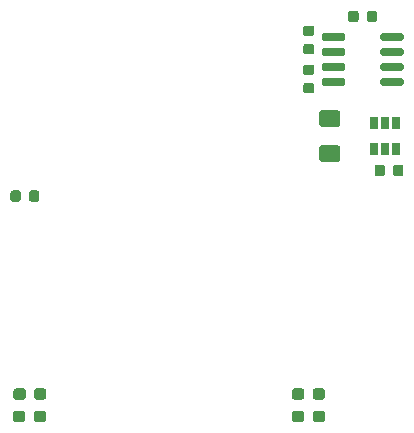
<source format=gbr>
G04 #@! TF.GenerationSoftware,KiCad,Pcbnew,(5.1.5)-3*
G04 #@! TF.CreationDate,2020-05-08T01:18:23-06:00*
G04 #@! TF.ProjectId,cap,6361702e-6b69-4636-9164-5f7063625858,rev?*
G04 #@! TF.SameCoordinates,Original*
G04 #@! TF.FileFunction,Paste,Top*
G04 #@! TF.FilePolarity,Positive*
%FSLAX46Y46*%
G04 Gerber Fmt 4.6, Leading zero omitted, Abs format (unit mm)*
G04 Created by KiCad (PCBNEW (5.1.5)-3) date 2020-05-08 01:18:23*
%MOMM*%
%LPD*%
G04 APERTURE LIST*
%ADD10C,0.100000*%
%ADD11R,0.650000X1.060000*%
G04 APERTURE END LIST*
D10*
G36*
X121314691Y-89079053D02*
G01*
X121335926Y-89082203D01*
X121356750Y-89087419D01*
X121376962Y-89094651D01*
X121396368Y-89103830D01*
X121414781Y-89114866D01*
X121432024Y-89127654D01*
X121447930Y-89142070D01*
X121462346Y-89157976D01*
X121475134Y-89175219D01*
X121486170Y-89193632D01*
X121495349Y-89213038D01*
X121502581Y-89233250D01*
X121507797Y-89254074D01*
X121510947Y-89275309D01*
X121512000Y-89296750D01*
X121512000Y-89809250D01*
X121510947Y-89830691D01*
X121507797Y-89851926D01*
X121502581Y-89872750D01*
X121495349Y-89892962D01*
X121486170Y-89912368D01*
X121475134Y-89930781D01*
X121462346Y-89948024D01*
X121447930Y-89963930D01*
X121432024Y-89978346D01*
X121414781Y-89991134D01*
X121396368Y-90002170D01*
X121376962Y-90011349D01*
X121356750Y-90018581D01*
X121335926Y-90023797D01*
X121314691Y-90026947D01*
X121293250Y-90028000D01*
X120855750Y-90028000D01*
X120834309Y-90026947D01*
X120813074Y-90023797D01*
X120792250Y-90018581D01*
X120772038Y-90011349D01*
X120752632Y-90002170D01*
X120734219Y-89991134D01*
X120716976Y-89978346D01*
X120701070Y-89963930D01*
X120686654Y-89948024D01*
X120673866Y-89930781D01*
X120662830Y-89912368D01*
X120653651Y-89892962D01*
X120646419Y-89872750D01*
X120641203Y-89851926D01*
X120638053Y-89830691D01*
X120637000Y-89809250D01*
X120637000Y-89296750D01*
X120638053Y-89275309D01*
X120641203Y-89254074D01*
X120646419Y-89233250D01*
X120653651Y-89213038D01*
X120662830Y-89193632D01*
X120673866Y-89175219D01*
X120686654Y-89157976D01*
X120701070Y-89142070D01*
X120716976Y-89127654D01*
X120734219Y-89114866D01*
X120752632Y-89103830D01*
X120772038Y-89094651D01*
X120792250Y-89087419D01*
X120813074Y-89082203D01*
X120834309Y-89079053D01*
X120855750Y-89078000D01*
X121293250Y-89078000D01*
X121314691Y-89079053D01*
G37*
G36*
X119739691Y-89079053D02*
G01*
X119760926Y-89082203D01*
X119781750Y-89087419D01*
X119801962Y-89094651D01*
X119821368Y-89103830D01*
X119839781Y-89114866D01*
X119857024Y-89127654D01*
X119872930Y-89142070D01*
X119887346Y-89157976D01*
X119900134Y-89175219D01*
X119911170Y-89193632D01*
X119920349Y-89213038D01*
X119927581Y-89233250D01*
X119932797Y-89254074D01*
X119935947Y-89275309D01*
X119937000Y-89296750D01*
X119937000Y-89809250D01*
X119935947Y-89830691D01*
X119932797Y-89851926D01*
X119927581Y-89872750D01*
X119920349Y-89892962D01*
X119911170Y-89912368D01*
X119900134Y-89930781D01*
X119887346Y-89948024D01*
X119872930Y-89963930D01*
X119857024Y-89978346D01*
X119839781Y-89991134D01*
X119821368Y-90002170D01*
X119801962Y-90011349D01*
X119781750Y-90018581D01*
X119760926Y-90023797D01*
X119739691Y-90026947D01*
X119718250Y-90028000D01*
X119280750Y-90028000D01*
X119259309Y-90026947D01*
X119238074Y-90023797D01*
X119217250Y-90018581D01*
X119197038Y-90011349D01*
X119177632Y-90002170D01*
X119159219Y-89991134D01*
X119141976Y-89978346D01*
X119126070Y-89963930D01*
X119111654Y-89948024D01*
X119098866Y-89930781D01*
X119087830Y-89912368D01*
X119078651Y-89892962D01*
X119071419Y-89872750D01*
X119066203Y-89851926D01*
X119063053Y-89830691D01*
X119062000Y-89809250D01*
X119062000Y-89296750D01*
X119063053Y-89275309D01*
X119066203Y-89254074D01*
X119071419Y-89233250D01*
X119078651Y-89213038D01*
X119087830Y-89193632D01*
X119098866Y-89175219D01*
X119111654Y-89157976D01*
X119126070Y-89142070D01*
X119141976Y-89127654D01*
X119159219Y-89114866D01*
X119177632Y-89103830D01*
X119197038Y-89094651D01*
X119217250Y-89087419D01*
X119238074Y-89082203D01*
X119259309Y-89079053D01*
X119280750Y-89078000D01*
X119718250Y-89078000D01*
X119739691Y-89079053D01*
G37*
G36*
X149918691Y-73879053D02*
G01*
X149939926Y-73882203D01*
X149960750Y-73887419D01*
X149980962Y-73894651D01*
X150000368Y-73903830D01*
X150018781Y-73914866D01*
X150036024Y-73927654D01*
X150051930Y-73942070D01*
X150066346Y-73957976D01*
X150079134Y-73975219D01*
X150090170Y-73993632D01*
X150099349Y-74013038D01*
X150106581Y-74033250D01*
X150111797Y-74054074D01*
X150114947Y-74075309D01*
X150116000Y-74096750D01*
X150116000Y-74609250D01*
X150114947Y-74630691D01*
X150111797Y-74651926D01*
X150106581Y-74672750D01*
X150099349Y-74692962D01*
X150090170Y-74712368D01*
X150079134Y-74730781D01*
X150066346Y-74748024D01*
X150051930Y-74763930D01*
X150036024Y-74778346D01*
X150018781Y-74791134D01*
X150000368Y-74802170D01*
X149980962Y-74811349D01*
X149960750Y-74818581D01*
X149939926Y-74823797D01*
X149918691Y-74826947D01*
X149897250Y-74828000D01*
X149459750Y-74828000D01*
X149438309Y-74826947D01*
X149417074Y-74823797D01*
X149396250Y-74818581D01*
X149376038Y-74811349D01*
X149356632Y-74802170D01*
X149338219Y-74791134D01*
X149320976Y-74778346D01*
X149305070Y-74763930D01*
X149290654Y-74748024D01*
X149277866Y-74730781D01*
X149266830Y-74712368D01*
X149257651Y-74692962D01*
X149250419Y-74672750D01*
X149245203Y-74651926D01*
X149242053Y-74630691D01*
X149241000Y-74609250D01*
X149241000Y-74096750D01*
X149242053Y-74075309D01*
X149245203Y-74054074D01*
X149250419Y-74033250D01*
X149257651Y-74013038D01*
X149266830Y-73993632D01*
X149277866Y-73975219D01*
X149290654Y-73957976D01*
X149305070Y-73942070D01*
X149320976Y-73927654D01*
X149338219Y-73914866D01*
X149356632Y-73903830D01*
X149376038Y-73894651D01*
X149396250Y-73887419D01*
X149417074Y-73882203D01*
X149438309Y-73879053D01*
X149459750Y-73878000D01*
X149897250Y-73878000D01*
X149918691Y-73879053D01*
G37*
G36*
X148343691Y-73879053D02*
G01*
X148364926Y-73882203D01*
X148385750Y-73887419D01*
X148405962Y-73894651D01*
X148425368Y-73903830D01*
X148443781Y-73914866D01*
X148461024Y-73927654D01*
X148476930Y-73942070D01*
X148491346Y-73957976D01*
X148504134Y-73975219D01*
X148515170Y-73993632D01*
X148524349Y-74013038D01*
X148531581Y-74033250D01*
X148536797Y-74054074D01*
X148539947Y-74075309D01*
X148541000Y-74096750D01*
X148541000Y-74609250D01*
X148539947Y-74630691D01*
X148536797Y-74651926D01*
X148531581Y-74672750D01*
X148524349Y-74692962D01*
X148515170Y-74712368D01*
X148504134Y-74730781D01*
X148491346Y-74748024D01*
X148476930Y-74763930D01*
X148461024Y-74778346D01*
X148443781Y-74791134D01*
X148425368Y-74802170D01*
X148405962Y-74811349D01*
X148385750Y-74818581D01*
X148364926Y-74823797D01*
X148343691Y-74826947D01*
X148322250Y-74828000D01*
X147884750Y-74828000D01*
X147863309Y-74826947D01*
X147842074Y-74823797D01*
X147821250Y-74818581D01*
X147801038Y-74811349D01*
X147781632Y-74802170D01*
X147763219Y-74791134D01*
X147745976Y-74778346D01*
X147730070Y-74763930D01*
X147715654Y-74748024D01*
X147702866Y-74730781D01*
X147691830Y-74712368D01*
X147682651Y-74692962D01*
X147675419Y-74672750D01*
X147670203Y-74651926D01*
X147667053Y-74630691D01*
X147666000Y-74609250D01*
X147666000Y-74096750D01*
X147667053Y-74075309D01*
X147670203Y-74054074D01*
X147675419Y-74033250D01*
X147682651Y-74013038D01*
X147691830Y-73993632D01*
X147702866Y-73975219D01*
X147715654Y-73957976D01*
X147730070Y-73942070D01*
X147745976Y-73927654D01*
X147763219Y-73914866D01*
X147781632Y-73903830D01*
X147801038Y-73894651D01*
X147821250Y-73887419D01*
X147842074Y-73882203D01*
X147863309Y-73879053D01*
X147884750Y-73878000D01*
X148322250Y-73878000D01*
X148343691Y-73879053D01*
G37*
G36*
X144591691Y-78423053D02*
G01*
X144612926Y-78426203D01*
X144633750Y-78431419D01*
X144653962Y-78438651D01*
X144673368Y-78447830D01*
X144691781Y-78458866D01*
X144709024Y-78471654D01*
X144724930Y-78486070D01*
X144739346Y-78501976D01*
X144752134Y-78519219D01*
X144763170Y-78537632D01*
X144772349Y-78557038D01*
X144779581Y-78577250D01*
X144784797Y-78598074D01*
X144787947Y-78619309D01*
X144789000Y-78640750D01*
X144789000Y-79078250D01*
X144787947Y-79099691D01*
X144784797Y-79120926D01*
X144779581Y-79141750D01*
X144772349Y-79161962D01*
X144763170Y-79181368D01*
X144752134Y-79199781D01*
X144739346Y-79217024D01*
X144724930Y-79232930D01*
X144709024Y-79247346D01*
X144691781Y-79260134D01*
X144673368Y-79271170D01*
X144653962Y-79280349D01*
X144633750Y-79287581D01*
X144612926Y-79292797D01*
X144591691Y-79295947D01*
X144570250Y-79297000D01*
X144057750Y-79297000D01*
X144036309Y-79295947D01*
X144015074Y-79292797D01*
X143994250Y-79287581D01*
X143974038Y-79280349D01*
X143954632Y-79271170D01*
X143936219Y-79260134D01*
X143918976Y-79247346D01*
X143903070Y-79232930D01*
X143888654Y-79217024D01*
X143875866Y-79199781D01*
X143864830Y-79181368D01*
X143855651Y-79161962D01*
X143848419Y-79141750D01*
X143843203Y-79120926D01*
X143840053Y-79099691D01*
X143839000Y-79078250D01*
X143839000Y-78640750D01*
X143840053Y-78619309D01*
X143843203Y-78598074D01*
X143848419Y-78577250D01*
X143855651Y-78557038D01*
X143864830Y-78537632D01*
X143875866Y-78519219D01*
X143888654Y-78501976D01*
X143903070Y-78486070D01*
X143918976Y-78471654D01*
X143936219Y-78458866D01*
X143954632Y-78447830D01*
X143974038Y-78438651D01*
X143994250Y-78431419D01*
X144015074Y-78426203D01*
X144036309Y-78423053D01*
X144057750Y-78422000D01*
X144570250Y-78422000D01*
X144591691Y-78423053D01*
G37*
G36*
X144591691Y-79998053D02*
G01*
X144612926Y-80001203D01*
X144633750Y-80006419D01*
X144653962Y-80013651D01*
X144673368Y-80022830D01*
X144691781Y-80033866D01*
X144709024Y-80046654D01*
X144724930Y-80061070D01*
X144739346Y-80076976D01*
X144752134Y-80094219D01*
X144763170Y-80112632D01*
X144772349Y-80132038D01*
X144779581Y-80152250D01*
X144784797Y-80173074D01*
X144787947Y-80194309D01*
X144789000Y-80215750D01*
X144789000Y-80653250D01*
X144787947Y-80674691D01*
X144784797Y-80695926D01*
X144779581Y-80716750D01*
X144772349Y-80736962D01*
X144763170Y-80756368D01*
X144752134Y-80774781D01*
X144739346Y-80792024D01*
X144724930Y-80807930D01*
X144709024Y-80822346D01*
X144691781Y-80835134D01*
X144673368Y-80846170D01*
X144653962Y-80855349D01*
X144633750Y-80862581D01*
X144612926Y-80867797D01*
X144591691Y-80870947D01*
X144570250Y-80872000D01*
X144057750Y-80872000D01*
X144036309Y-80870947D01*
X144015074Y-80867797D01*
X143994250Y-80862581D01*
X143974038Y-80855349D01*
X143954632Y-80846170D01*
X143936219Y-80835134D01*
X143918976Y-80822346D01*
X143903070Y-80807930D01*
X143888654Y-80792024D01*
X143875866Y-80774781D01*
X143864830Y-80756368D01*
X143855651Y-80736962D01*
X143848419Y-80716750D01*
X143843203Y-80695926D01*
X143840053Y-80674691D01*
X143839000Y-80653250D01*
X143839000Y-80215750D01*
X143840053Y-80194309D01*
X143843203Y-80173074D01*
X143848419Y-80152250D01*
X143855651Y-80132038D01*
X143864830Y-80112632D01*
X143875866Y-80094219D01*
X143888654Y-80076976D01*
X143903070Y-80061070D01*
X143918976Y-80046654D01*
X143936219Y-80033866D01*
X143954632Y-80022830D01*
X143974038Y-80013651D01*
X143994250Y-80006419D01*
X144015074Y-80001203D01*
X144036309Y-79998053D01*
X144057750Y-79997000D01*
X144570250Y-79997000D01*
X144591691Y-79998053D01*
G37*
G36*
X144591691Y-75121053D02*
G01*
X144612926Y-75124203D01*
X144633750Y-75129419D01*
X144653962Y-75136651D01*
X144673368Y-75145830D01*
X144691781Y-75156866D01*
X144709024Y-75169654D01*
X144724930Y-75184070D01*
X144739346Y-75199976D01*
X144752134Y-75217219D01*
X144763170Y-75235632D01*
X144772349Y-75255038D01*
X144779581Y-75275250D01*
X144784797Y-75296074D01*
X144787947Y-75317309D01*
X144789000Y-75338750D01*
X144789000Y-75776250D01*
X144787947Y-75797691D01*
X144784797Y-75818926D01*
X144779581Y-75839750D01*
X144772349Y-75859962D01*
X144763170Y-75879368D01*
X144752134Y-75897781D01*
X144739346Y-75915024D01*
X144724930Y-75930930D01*
X144709024Y-75945346D01*
X144691781Y-75958134D01*
X144673368Y-75969170D01*
X144653962Y-75978349D01*
X144633750Y-75985581D01*
X144612926Y-75990797D01*
X144591691Y-75993947D01*
X144570250Y-75995000D01*
X144057750Y-75995000D01*
X144036309Y-75993947D01*
X144015074Y-75990797D01*
X143994250Y-75985581D01*
X143974038Y-75978349D01*
X143954632Y-75969170D01*
X143936219Y-75958134D01*
X143918976Y-75945346D01*
X143903070Y-75930930D01*
X143888654Y-75915024D01*
X143875866Y-75897781D01*
X143864830Y-75879368D01*
X143855651Y-75859962D01*
X143848419Y-75839750D01*
X143843203Y-75818926D01*
X143840053Y-75797691D01*
X143839000Y-75776250D01*
X143839000Y-75338750D01*
X143840053Y-75317309D01*
X143843203Y-75296074D01*
X143848419Y-75275250D01*
X143855651Y-75255038D01*
X143864830Y-75235632D01*
X143875866Y-75217219D01*
X143888654Y-75199976D01*
X143903070Y-75184070D01*
X143918976Y-75169654D01*
X143936219Y-75156866D01*
X143954632Y-75145830D01*
X143974038Y-75136651D01*
X143994250Y-75129419D01*
X144015074Y-75124203D01*
X144036309Y-75121053D01*
X144057750Y-75120000D01*
X144570250Y-75120000D01*
X144591691Y-75121053D01*
G37*
G36*
X144591691Y-76696053D02*
G01*
X144612926Y-76699203D01*
X144633750Y-76704419D01*
X144653962Y-76711651D01*
X144673368Y-76720830D01*
X144691781Y-76731866D01*
X144709024Y-76744654D01*
X144724930Y-76759070D01*
X144739346Y-76774976D01*
X144752134Y-76792219D01*
X144763170Y-76810632D01*
X144772349Y-76830038D01*
X144779581Y-76850250D01*
X144784797Y-76871074D01*
X144787947Y-76892309D01*
X144789000Y-76913750D01*
X144789000Y-77351250D01*
X144787947Y-77372691D01*
X144784797Y-77393926D01*
X144779581Y-77414750D01*
X144772349Y-77434962D01*
X144763170Y-77454368D01*
X144752134Y-77472781D01*
X144739346Y-77490024D01*
X144724930Y-77505930D01*
X144709024Y-77520346D01*
X144691781Y-77533134D01*
X144673368Y-77544170D01*
X144653962Y-77553349D01*
X144633750Y-77560581D01*
X144612926Y-77565797D01*
X144591691Y-77568947D01*
X144570250Y-77570000D01*
X144057750Y-77570000D01*
X144036309Y-77568947D01*
X144015074Y-77565797D01*
X143994250Y-77560581D01*
X143974038Y-77553349D01*
X143954632Y-77544170D01*
X143936219Y-77533134D01*
X143918976Y-77520346D01*
X143903070Y-77505930D01*
X143888654Y-77490024D01*
X143875866Y-77472781D01*
X143864830Y-77454368D01*
X143855651Y-77434962D01*
X143848419Y-77414750D01*
X143843203Y-77393926D01*
X143840053Y-77372691D01*
X143839000Y-77351250D01*
X143839000Y-76913750D01*
X143840053Y-76892309D01*
X143843203Y-76871074D01*
X143848419Y-76850250D01*
X143855651Y-76830038D01*
X143864830Y-76810632D01*
X143875866Y-76792219D01*
X143888654Y-76774976D01*
X143903070Y-76759070D01*
X143918976Y-76744654D01*
X143936219Y-76731866D01*
X143954632Y-76720830D01*
X143974038Y-76711651D01*
X143994250Y-76704419D01*
X144015074Y-76699203D01*
X144036309Y-76696053D01*
X144057750Y-76695000D01*
X144570250Y-76695000D01*
X144591691Y-76696053D01*
G37*
G36*
X152138691Y-86920053D02*
G01*
X152159926Y-86923203D01*
X152180750Y-86928419D01*
X152200962Y-86935651D01*
X152220368Y-86944830D01*
X152238781Y-86955866D01*
X152256024Y-86968654D01*
X152271930Y-86983070D01*
X152286346Y-86998976D01*
X152299134Y-87016219D01*
X152310170Y-87034632D01*
X152319349Y-87054038D01*
X152326581Y-87074250D01*
X152331797Y-87095074D01*
X152334947Y-87116309D01*
X152336000Y-87137750D01*
X152336000Y-87650250D01*
X152334947Y-87671691D01*
X152331797Y-87692926D01*
X152326581Y-87713750D01*
X152319349Y-87733962D01*
X152310170Y-87753368D01*
X152299134Y-87771781D01*
X152286346Y-87789024D01*
X152271930Y-87804930D01*
X152256024Y-87819346D01*
X152238781Y-87832134D01*
X152220368Y-87843170D01*
X152200962Y-87852349D01*
X152180750Y-87859581D01*
X152159926Y-87864797D01*
X152138691Y-87867947D01*
X152117250Y-87869000D01*
X151679750Y-87869000D01*
X151658309Y-87867947D01*
X151637074Y-87864797D01*
X151616250Y-87859581D01*
X151596038Y-87852349D01*
X151576632Y-87843170D01*
X151558219Y-87832134D01*
X151540976Y-87819346D01*
X151525070Y-87804930D01*
X151510654Y-87789024D01*
X151497866Y-87771781D01*
X151486830Y-87753368D01*
X151477651Y-87733962D01*
X151470419Y-87713750D01*
X151465203Y-87692926D01*
X151462053Y-87671691D01*
X151461000Y-87650250D01*
X151461000Y-87137750D01*
X151462053Y-87116309D01*
X151465203Y-87095074D01*
X151470419Y-87074250D01*
X151477651Y-87054038D01*
X151486830Y-87034632D01*
X151497866Y-87016219D01*
X151510654Y-86998976D01*
X151525070Y-86983070D01*
X151540976Y-86968654D01*
X151558219Y-86955866D01*
X151576632Y-86944830D01*
X151596038Y-86935651D01*
X151616250Y-86928419D01*
X151637074Y-86923203D01*
X151658309Y-86920053D01*
X151679750Y-86919000D01*
X152117250Y-86919000D01*
X152138691Y-86920053D01*
G37*
G36*
X150563691Y-86920053D02*
G01*
X150584926Y-86923203D01*
X150605750Y-86928419D01*
X150625962Y-86935651D01*
X150645368Y-86944830D01*
X150663781Y-86955866D01*
X150681024Y-86968654D01*
X150696930Y-86983070D01*
X150711346Y-86998976D01*
X150724134Y-87016219D01*
X150735170Y-87034632D01*
X150744349Y-87054038D01*
X150751581Y-87074250D01*
X150756797Y-87095074D01*
X150759947Y-87116309D01*
X150761000Y-87137750D01*
X150761000Y-87650250D01*
X150759947Y-87671691D01*
X150756797Y-87692926D01*
X150751581Y-87713750D01*
X150744349Y-87733962D01*
X150735170Y-87753368D01*
X150724134Y-87771781D01*
X150711346Y-87789024D01*
X150696930Y-87804930D01*
X150681024Y-87819346D01*
X150663781Y-87832134D01*
X150645368Y-87843170D01*
X150625962Y-87852349D01*
X150605750Y-87859581D01*
X150584926Y-87864797D01*
X150563691Y-87867947D01*
X150542250Y-87869000D01*
X150104750Y-87869000D01*
X150083309Y-87867947D01*
X150062074Y-87864797D01*
X150041250Y-87859581D01*
X150021038Y-87852349D01*
X150001632Y-87843170D01*
X149983219Y-87832134D01*
X149965976Y-87819346D01*
X149950070Y-87804930D01*
X149935654Y-87789024D01*
X149922866Y-87771781D01*
X149911830Y-87753368D01*
X149902651Y-87733962D01*
X149895419Y-87713750D01*
X149890203Y-87692926D01*
X149887053Y-87671691D01*
X149886000Y-87650250D01*
X149886000Y-87137750D01*
X149887053Y-87116309D01*
X149890203Y-87095074D01*
X149895419Y-87074250D01*
X149902651Y-87054038D01*
X149911830Y-87034632D01*
X149922866Y-87016219D01*
X149935654Y-86998976D01*
X149950070Y-86983070D01*
X149965976Y-86968654D01*
X149983219Y-86955866D01*
X150001632Y-86944830D01*
X150021038Y-86935651D01*
X150041250Y-86928419D01*
X150062074Y-86923203D01*
X150083309Y-86920053D01*
X150104750Y-86919000D01*
X150542250Y-86919000D01*
X150563691Y-86920053D01*
G37*
G36*
X152205703Y-79601722D02*
G01*
X152220264Y-79603882D01*
X152234543Y-79607459D01*
X152248403Y-79612418D01*
X152261710Y-79618712D01*
X152274336Y-79626280D01*
X152286159Y-79635048D01*
X152297066Y-79644934D01*
X152306952Y-79655841D01*
X152315720Y-79667664D01*
X152323288Y-79680290D01*
X152329582Y-79693597D01*
X152334541Y-79707457D01*
X152338118Y-79721736D01*
X152340278Y-79736297D01*
X152341000Y-79751000D01*
X152341000Y-80051000D01*
X152340278Y-80065703D01*
X152338118Y-80080264D01*
X152334541Y-80094543D01*
X152329582Y-80108403D01*
X152323288Y-80121710D01*
X152315720Y-80134336D01*
X152306952Y-80146159D01*
X152297066Y-80157066D01*
X152286159Y-80166952D01*
X152274336Y-80175720D01*
X152261710Y-80183288D01*
X152248403Y-80189582D01*
X152234543Y-80194541D01*
X152220264Y-80198118D01*
X152205703Y-80200278D01*
X152191000Y-80201000D01*
X150541000Y-80201000D01*
X150526297Y-80200278D01*
X150511736Y-80198118D01*
X150497457Y-80194541D01*
X150483597Y-80189582D01*
X150470290Y-80183288D01*
X150457664Y-80175720D01*
X150445841Y-80166952D01*
X150434934Y-80157066D01*
X150425048Y-80146159D01*
X150416280Y-80134336D01*
X150408712Y-80121710D01*
X150402418Y-80108403D01*
X150397459Y-80094543D01*
X150393882Y-80080264D01*
X150391722Y-80065703D01*
X150391000Y-80051000D01*
X150391000Y-79751000D01*
X150391722Y-79736297D01*
X150393882Y-79721736D01*
X150397459Y-79707457D01*
X150402418Y-79693597D01*
X150408712Y-79680290D01*
X150416280Y-79667664D01*
X150425048Y-79655841D01*
X150434934Y-79644934D01*
X150445841Y-79635048D01*
X150457664Y-79626280D01*
X150470290Y-79618712D01*
X150483597Y-79612418D01*
X150497457Y-79607459D01*
X150511736Y-79603882D01*
X150526297Y-79601722D01*
X150541000Y-79601000D01*
X152191000Y-79601000D01*
X152205703Y-79601722D01*
G37*
G36*
X152205703Y-78331722D02*
G01*
X152220264Y-78333882D01*
X152234543Y-78337459D01*
X152248403Y-78342418D01*
X152261710Y-78348712D01*
X152274336Y-78356280D01*
X152286159Y-78365048D01*
X152297066Y-78374934D01*
X152306952Y-78385841D01*
X152315720Y-78397664D01*
X152323288Y-78410290D01*
X152329582Y-78423597D01*
X152334541Y-78437457D01*
X152338118Y-78451736D01*
X152340278Y-78466297D01*
X152341000Y-78481000D01*
X152341000Y-78781000D01*
X152340278Y-78795703D01*
X152338118Y-78810264D01*
X152334541Y-78824543D01*
X152329582Y-78838403D01*
X152323288Y-78851710D01*
X152315720Y-78864336D01*
X152306952Y-78876159D01*
X152297066Y-78887066D01*
X152286159Y-78896952D01*
X152274336Y-78905720D01*
X152261710Y-78913288D01*
X152248403Y-78919582D01*
X152234543Y-78924541D01*
X152220264Y-78928118D01*
X152205703Y-78930278D01*
X152191000Y-78931000D01*
X150541000Y-78931000D01*
X150526297Y-78930278D01*
X150511736Y-78928118D01*
X150497457Y-78924541D01*
X150483597Y-78919582D01*
X150470290Y-78913288D01*
X150457664Y-78905720D01*
X150445841Y-78896952D01*
X150434934Y-78887066D01*
X150425048Y-78876159D01*
X150416280Y-78864336D01*
X150408712Y-78851710D01*
X150402418Y-78838403D01*
X150397459Y-78824543D01*
X150393882Y-78810264D01*
X150391722Y-78795703D01*
X150391000Y-78781000D01*
X150391000Y-78481000D01*
X150391722Y-78466297D01*
X150393882Y-78451736D01*
X150397459Y-78437457D01*
X150402418Y-78423597D01*
X150408712Y-78410290D01*
X150416280Y-78397664D01*
X150425048Y-78385841D01*
X150434934Y-78374934D01*
X150445841Y-78365048D01*
X150457664Y-78356280D01*
X150470290Y-78348712D01*
X150483597Y-78342418D01*
X150497457Y-78337459D01*
X150511736Y-78333882D01*
X150526297Y-78331722D01*
X150541000Y-78331000D01*
X152191000Y-78331000D01*
X152205703Y-78331722D01*
G37*
G36*
X152205703Y-77061722D02*
G01*
X152220264Y-77063882D01*
X152234543Y-77067459D01*
X152248403Y-77072418D01*
X152261710Y-77078712D01*
X152274336Y-77086280D01*
X152286159Y-77095048D01*
X152297066Y-77104934D01*
X152306952Y-77115841D01*
X152315720Y-77127664D01*
X152323288Y-77140290D01*
X152329582Y-77153597D01*
X152334541Y-77167457D01*
X152338118Y-77181736D01*
X152340278Y-77196297D01*
X152341000Y-77211000D01*
X152341000Y-77511000D01*
X152340278Y-77525703D01*
X152338118Y-77540264D01*
X152334541Y-77554543D01*
X152329582Y-77568403D01*
X152323288Y-77581710D01*
X152315720Y-77594336D01*
X152306952Y-77606159D01*
X152297066Y-77617066D01*
X152286159Y-77626952D01*
X152274336Y-77635720D01*
X152261710Y-77643288D01*
X152248403Y-77649582D01*
X152234543Y-77654541D01*
X152220264Y-77658118D01*
X152205703Y-77660278D01*
X152191000Y-77661000D01*
X150541000Y-77661000D01*
X150526297Y-77660278D01*
X150511736Y-77658118D01*
X150497457Y-77654541D01*
X150483597Y-77649582D01*
X150470290Y-77643288D01*
X150457664Y-77635720D01*
X150445841Y-77626952D01*
X150434934Y-77617066D01*
X150425048Y-77606159D01*
X150416280Y-77594336D01*
X150408712Y-77581710D01*
X150402418Y-77568403D01*
X150397459Y-77554543D01*
X150393882Y-77540264D01*
X150391722Y-77525703D01*
X150391000Y-77511000D01*
X150391000Y-77211000D01*
X150391722Y-77196297D01*
X150393882Y-77181736D01*
X150397459Y-77167457D01*
X150402418Y-77153597D01*
X150408712Y-77140290D01*
X150416280Y-77127664D01*
X150425048Y-77115841D01*
X150434934Y-77104934D01*
X150445841Y-77095048D01*
X150457664Y-77086280D01*
X150470290Y-77078712D01*
X150483597Y-77072418D01*
X150497457Y-77067459D01*
X150511736Y-77063882D01*
X150526297Y-77061722D01*
X150541000Y-77061000D01*
X152191000Y-77061000D01*
X152205703Y-77061722D01*
G37*
G36*
X152205703Y-75791722D02*
G01*
X152220264Y-75793882D01*
X152234543Y-75797459D01*
X152248403Y-75802418D01*
X152261710Y-75808712D01*
X152274336Y-75816280D01*
X152286159Y-75825048D01*
X152297066Y-75834934D01*
X152306952Y-75845841D01*
X152315720Y-75857664D01*
X152323288Y-75870290D01*
X152329582Y-75883597D01*
X152334541Y-75897457D01*
X152338118Y-75911736D01*
X152340278Y-75926297D01*
X152341000Y-75941000D01*
X152341000Y-76241000D01*
X152340278Y-76255703D01*
X152338118Y-76270264D01*
X152334541Y-76284543D01*
X152329582Y-76298403D01*
X152323288Y-76311710D01*
X152315720Y-76324336D01*
X152306952Y-76336159D01*
X152297066Y-76347066D01*
X152286159Y-76356952D01*
X152274336Y-76365720D01*
X152261710Y-76373288D01*
X152248403Y-76379582D01*
X152234543Y-76384541D01*
X152220264Y-76388118D01*
X152205703Y-76390278D01*
X152191000Y-76391000D01*
X150541000Y-76391000D01*
X150526297Y-76390278D01*
X150511736Y-76388118D01*
X150497457Y-76384541D01*
X150483597Y-76379582D01*
X150470290Y-76373288D01*
X150457664Y-76365720D01*
X150445841Y-76356952D01*
X150434934Y-76347066D01*
X150425048Y-76336159D01*
X150416280Y-76324336D01*
X150408712Y-76311710D01*
X150402418Y-76298403D01*
X150397459Y-76284543D01*
X150393882Y-76270264D01*
X150391722Y-76255703D01*
X150391000Y-76241000D01*
X150391000Y-75941000D01*
X150391722Y-75926297D01*
X150393882Y-75911736D01*
X150397459Y-75897457D01*
X150402418Y-75883597D01*
X150408712Y-75870290D01*
X150416280Y-75857664D01*
X150425048Y-75845841D01*
X150434934Y-75834934D01*
X150445841Y-75825048D01*
X150457664Y-75816280D01*
X150470290Y-75808712D01*
X150483597Y-75802418D01*
X150497457Y-75797459D01*
X150511736Y-75793882D01*
X150526297Y-75791722D01*
X150541000Y-75791000D01*
X152191000Y-75791000D01*
X152205703Y-75791722D01*
G37*
G36*
X147255703Y-75791722D02*
G01*
X147270264Y-75793882D01*
X147284543Y-75797459D01*
X147298403Y-75802418D01*
X147311710Y-75808712D01*
X147324336Y-75816280D01*
X147336159Y-75825048D01*
X147347066Y-75834934D01*
X147356952Y-75845841D01*
X147365720Y-75857664D01*
X147373288Y-75870290D01*
X147379582Y-75883597D01*
X147384541Y-75897457D01*
X147388118Y-75911736D01*
X147390278Y-75926297D01*
X147391000Y-75941000D01*
X147391000Y-76241000D01*
X147390278Y-76255703D01*
X147388118Y-76270264D01*
X147384541Y-76284543D01*
X147379582Y-76298403D01*
X147373288Y-76311710D01*
X147365720Y-76324336D01*
X147356952Y-76336159D01*
X147347066Y-76347066D01*
X147336159Y-76356952D01*
X147324336Y-76365720D01*
X147311710Y-76373288D01*
X147298403Y-76379582D01*
X147284543Y-76384541D01*
X147270264Y-76388118D01*
X147255703Y-76390278D01*
X147241000Y-76391000D01*
X145591000Y-76391000D01*
X145576297Y-76390278D01*
X145561736Y-76388118D01*
X145547457Y-76384541D01*
X145533597Y-76379582D01*
X145520290Y-76373288D01*
X145507664Y-76365720D01*
X145495841Y-76356952D01*
X145484934Y-76347066D01*
X145475048Y-76336159D01*
X145466280Y-76324336D01*
X145458712Y-76311710D01*
X145452418Y-76298403D01*
X145447459Y-76284543D01*
X145443882Y-76270264D01*
X145441722Y-76255703D01*
X145441000Y-76241000D01*
X145441000Y-75941000D01*
X145441722Y-75926297D01*
X145443882Y-75911736D01*
X145447459Y-75897457D01*
X145452418Y-75883597D01*
X145458712Y-75870290D01*
X145466280Y-75857664D01*
X145475048Y-75845841D01*
X145484934Y-75834934D01*
X145495841Y-75825048D01*
X145507664Y-75816280D01*
X145520290Y-75808712D01*
X145533597Y-75802418D01*
X145547457Y-75797459D01*
X145561736Y-75793882D01*
X145576297Y-75791722D01*
X145591000Y-75791000D01*
X147241000Y-75791000D01*
X147255703Y-75791722D01*
G37*
G36*
X147255703Y-77061722D02*
G01*
X147270264Y-77063882D01*
X147284543Y-77067459D01*
X147298403Y-77072418D01*
X147311710Y-77078712D01*
X147324336Y-77086280D01*
X147336159Y-77095048D01*
X147347066Y-77104934D01*
X147356952Y-77115841D01*
X147365720Y-77127664D01*
X147373288Y-77140290D01*
X147379582Y-77153597D01*
X147384541Y-77167457D01*
X147388118Y-77181736D01*
X147390278Y-77196297D01*
X147391000Y-77211000D01*
X147391000Y-77511000D01*
X147390278Y-77525703D01*
X147388118Y-77540264D01*
X147384541Y-77554543D01*
X147379582Y-77568403D01*
X147373288Y-77581710D01*
X147365720Y-77594336D01*
X147356952Y-77606159D01*
X147347066Y-77617066D01*
X147336159Y-77626952D01*
X147324336Y-77635720D01*
X147311710Y-77643288D01*
X147298403Y-77649582D01*
X147284543Y-77654541D01*
X147270264Y-77658118D01*
X147255703Y-77660278D01*
X147241000Y-77661000D01*
X145591000Y-77661000D01*
X145576297Y-77660278D01*
X145561736Y-77658118D01*
X145547457Y-77654541D01*
X145533597Y-77649582D01*
X145520290Y-77643288D01*
X145507664Y-77635720D01*
X145495841Y-77626952D01*
X145484934Y-77617066D01*
X145475048Y-77606159D01*
X145466280Y-77594336D01*
X145458712Y-77581710D01*
X145452418Y-77568403D01*
X145447459Y-77554543D01*
X145443882Y-77540264D01*
X145441722Y-77525703D01*
X145441000Y-77511000D01*
X145441000Y-77211000D01*
X145441722Y-77196297D01*
X145443882Y-77181736D01*
X145447459Y-77167457D01*
X145452418Y-77153597D01*
X145458712Y-77140290D01*
X145466280Y-77127664D01*
X145475048Y-77115841D01*
X145484934Y-77104934D01*
X145495841Y-77095048D01*
X145507664Y-77086280D01*
X145520290Y-77078712D01*
X145533597Y-77072418D01*
X145547457Y-77067459D01*
X145561736Y-77063882D01*
X145576297Y-77061722D01*
X145591000Y-77061000D01*
X147241000Y-77061000D01*
X147255703Y-77061722D01*
G37*
G36*
X147255703Y-78331722D02*
G01*
X147270264Y-78333882D01*
X147284543Y-78337459D01*
X147298403Y-78342418D01*
X147311710Y-78348712D01*
X147324336Y-78356280D01*
X147336159Y-78365048D01*
X147347066Y-78374934D01*
X147356952Y-78385841D01*
X147365720Y-78397664D01*
X147373288Y-78410290D01*
X147379582Y-78423597D01*
X147384541Y-78437457D01*
X147388118Y-78451736D01*
X147390278Y-78466297D01*
X147391000Y-78481000D01*
X147391000Y-78781000D01*
X147390278Y-78795703D01*
X147388118Y-78810264D01*
X147384541Y-78824543D01*
X147379582Y-78838403D01*
X147373288Y-78851710D01*
X147365720Y-78864336D01*
X147356952Y-78876159D01*
X147347066Y-78887066D01*
X147336159Y-78896952D01*
X147324336Y-78905720D01*
X147311710Y-78913288D01*
X147298403Y-78919582D01*
X147284543Y-78924541D01*
X147270264Y-78928118D01*
X147255703Y-78930278D01*
X147241000Y-78931000D01*
X145591000Y-78931000D01*
X145576297Y-78930278D01*
X145561736Y-78928118D01*
X145547457Y-78924541D01*
X145533597Y-78919582D01*
X145520290Y-78913288D01*
X145507664Y-78905720D01*
X145495841Y-78896952D01*
X145484934Y-78887066D01*
X145475048Y-78876159D01*
X145466280Y-78864336D01*
X145458712Y-78851710D01*
X145452418Y-78838403D01*
X145447459Y-78824543D01*
X145443882Y-78810264D01*
X145441722Y-78795703D01*
X145441000Y-78781000D01*
X145441000Y-78481000D01*
X145441722Y-78466297D01*
X145443882Y-78451736D01*
X145447459Y-78437457D01*
X145452418Y-78423597D01*
X145458712Y-78410290D01*
X145466280Y-78397664D01*
X145475048Y-78385841D01*
X145484934Y-78374934D01*
X145495841Y-78365048D01*
X145507664Y-78356280D01*
X145520290Y-78348712D01*
X145533597Y-78342418D01*
X145547457Y-78337459D01*
X145561736Y-78333882D01*
X145576297Y-78331722D01*
X145591000Y-78331000D01*
X147241000Y-78331000D01*
X147255703Y-78331722D01*
G37*
G36*
X147255703Y-79601722D02*
G01*
X147270264Y-79603882D01*
X147284543Y-79607459D01*
X147298403Y-79612418D01*
X147311710Y-79618712D01*
X147324336Y-79626280D01*
X147336159Y-79635048D01*
X147347066Y-79644934D01*
X147356952Y-79655841D01*
X147365720Y-79667664D01*
X147373288Y-79680290D01*
X147379582Y-79693597D01*
X147384541Y-79707457D01*
X147388118Y-79721736D01*
X147390278Y-79736297D01*
X147391000Y-79751000D01*
X147391000Y-80051000D01*
X147390278Y-80065703D01*
X147388118Y-80080264D01*
X147384541Y-80094543D01*
X147379582Y-80108403D01*
X147373288Y-80121710D01*
X147365720Y-80134336D01*
X147356952Y-80146159D01*
X147347066Y-80157066D01*
X147336159Y-80166952D01*
X147324336Y-80175720D01*
X147311710Y-80183288D01*
X147298403Y-80189582D01*
X147284543Y-80194541D01*
X147270264Y-80198118D01*
X147255703Y-80200278D01*
X147241000Y-80201000D01*
X145591000Y-80201000D01*
X145576297Y-80200278D01*
X145561736Y-80198118D01*
X145547457Y-80194541D01*
X145533597Y-80189582D01*
X145520290Y-80183288D01*
X145507664Y-80175720D01*
X145495841Y-80166952D01*
X145484934Y-80157066D01*
X145475048Y-80146159D01*
X145466280Y-80134336D01*
X145458712Y-80121710D01*
X145452418Y-80108403D01*
X145447459Y-80094543D01*
X145443882Y-80080264D01*
X145441722Y-80065703D01*
X145441000Y-80051000D01*
X145441000Y-79751000D01*
X145441722Y-79736297D01*
X145443882Y-79721736D01*
X145447459Y-79707457D01*
X145452418Y-79693597D01*
X145458712Y-79680290D01*
X145466280Y-79667664D01*
X145475048Y-79655841D01*
X145484934Y-79644934D01*
X145495841Y-79635048D01*
X145507664Y-79626280D01*
X145520290Y-79618712D01*
X145533597Y-79612418D01*
X145547457Y-79607459D01*
X145561736Y-79603882D01*
X145576297Y-79601722D01*
X145591000Y-79601000D01*
X147241000Y-79601000D01*
X147255703Y-79601722D01*
G37*
D11*
X151741000Y-83373000D03*
X150791000Y-83373000D03*
X149841000Y-83373000D03*
X149841000Y-85573000D03*
X151741000Y-85573000D03*
X150791000Y-85573000D03*
D10*
G36*
X121853779Y-107746144D02*
G01*
X121876834Y-107749563D01*
X121899443Y-107755227D01*
X121921387Y-107763079D01*
X121942457Y-107773044D01*
X121962448Y-107785026D01*
X121981168Y-107798910D01*
X121998438Y-107814562D01*
X122014090Y-107831832D01*
X122027974Y-107850552D01*
X122039956Y-107870543D01*
X122049921Y-107891613D01*
X122057773Y-107913557D01*
X122063437Y-107936166D01*
X122066856Y-107959221D01*
X122068000Y-107982500D01*
X122068000Y-108457500D01*
X122066856Y-108480779D01*
X122063437Y-108503834D01*
X122057773Y-108526443D01*
X122049921Y-108548387D01*
X122039956Y-108569457D01*
X122027974Y-108589448D01*
X122014090Y-108608168D01*
X121998438Y-108625438D01*
X121981168Y-108641090D01*
X121962448Y-108654974D01*
X121942457Y-108666956D01*
X121921387Y-108676921D01*
X121899443Y-108684773D01*
X121876834Y-108690437D01*
X121853779Y-108693856D01*
X121830500Y-108695000D01*
X121255500Y-108695000D01*
X121232221Y-108693856D01*
X121209166Y-108690437D01*
X121186557Y-108684773D01*
X121164613Y-108676921D01*
X121143543Y-108666956D01*
X121123552Y-108654974D01*
X121104832Y-108641090D01*
X121087562Y-108625438D01*
X121071910Y-108608168D01*
X121058026Y-108589448D01*
X121046044Y-108569457D01*
X121036079Y-108548387D01*
X121028227Y-108526443D01*
X121022563Y-108503834D01*
X121019144Y-108480779D01*
X121018000Y-108457500D01*
X121018000Y-107982500D01*
X121019144Y-107959221D01*
X121022563Y-107936166D01*
X121028227Y-107913557D01*
X121036079Y-107891613D01*
X121046044Y-107870543D01*
X121058026Y-107850552D01*
X121071910Y-107831832D01*
X121087562Y-107814562D01*
X121104832Y-107798910D01*
X121123552Y-107785026D01*
X121143543Y-107773044D01*
X121164613Y-107763079D01*
X121186557Y-107755227D01*
X121209166Y-107749563D01*
X121232221Y-107746144D01*
X121255500Y-107745000D01*
X121830500Y-107745000D01*
X121853779Y-107746144D01*
G37*
G36*
X120103779Y-107746144D02*
G01*
X120126834Y-107749563D01*
X120149443Y-107755227D01*
X120171387Y-107763079D01*
X120192457Y-107773044D01*
X120212448Y-107785026D01*
X120231168Y-107798910D01*
X120248438Y-107814562D01*
X120264090Y-107831832D01*
X120277974Y-107850552D01*
X120289956Y-107870543D01*
X120299921Y-107891613D01*
X120307773Y-107913557D01*
X120313437Y-107936166D01*
X120316856Y-107959221D01*
X120318000Y-107982500D01*
X120318000Y-108457500D01*
X120316856Y-108480779D01*
X120313437Y-108503834D01*
X120307773Y-108526443D01*
X120299921Y-108548387D01*
X120289956Y-108569457D01*
X120277974Y-108589448D01*
X120264090Y-108608168D01*
X120248438Y-108625438D01*
X120231168Y-108641090D01*
X120212448Y-108654974D01*
X120192457Y-108666956D01*
X120171387Y-108676921D01*
X120149443Y-108684773D01*
X120126834Y-108690437D01*
X120103779Y-108693856D01*
X120080500Y-108695000D01*
X119505500Y-108695000D01*
X119482221Y-108693856D01*
X119459166Y-108690437D01*
X119436557Y-108684773D01*
X119414613Y-108676921D01*
X119393543Y-108666956D01*
X119373552Y-108654974D01*
X119354832Y-108641090D01*
X119337562Y-108625438D01*
X119321910Y-108608168D01*
X119308026Y-108589448D01*
X119296044Y-108569457D01*
X119286079Y-108548387D01*
X119278227Y-108526443D01*
X119272563Y-108503834D01*
X119269144Y-108480779D01*
X119268000Y-108457500D01*
X119268000Y-107982500D01*
X119269144Y-107959221D01*
X119272563Y-107936166D01*
X119278227Y-107913557D01*
X119286079Y-107891613D01*
X119296044Y-107870543D01*
X119308026Y-107850552D01*
X119321910Y-107831832D01*
X119337562Y-107814562D01*
X119354832Y-107798910D01*
X119373552Y-107785026D01*
X119393543Y-107773044D01*
X119414613Y-107763079D01*
X119436557Y-107755227D01*
X119459166Y-107749563D01*
X119482221Y-107746144D01*
X119505500Y-107745000D01*
X120080500Y-107745000D01*
X120103779Y-107746144D01*
G37*
G36*
X143725779Y-107746144D02*
G01*
X143748834Y-107749563D01*
X143771443Y-107755227D01*
X143793387Y-107763079D01*
X143814457Y-107773044D01*
X143834448Y-107785026D01*
X143853168Y-107798910D01*
X143870438Y-107814562D01*
X143886090Y-107831832D01*
X143899974Y-107850552D01*
X143911956Y-107870543D01*
X143921921Y-107891613D01*
X143929773Y-107913557D01*
X143935437Y-107936166D01*
X143938856Y-107959221D01*
X143940000Y-107982500D01*
X143940000Y-108457500D01*
X143938856Y-108480779D01*
X143935437Y-108503834D01*
X143929773Y-108526443D01*
X143921921Y-108548387D01*
X143911956Y-108569457D01*
X143899974Y-108589448D01*
X143886090Y-108608168D01*
X143870438Y-108625438D01*
X143853168Y-108641090D01*
X143834448Y-108654974D01*
X143814457Y-108666956D01*
X143793387Y-108676921D01*
X143771443Y-108684773D01*
X143748834Y-108690437D01*
X143725779Y-108693856D01*
X143702500Y-108695000D01*
X143127500Y-108695000D01*
X143104221Y-108693856D01*
X143081166Y-108690437D01*
X143058557Y-108684773D01*
X143036613Y-108676921D01*
X143015543Y-108666956D01*
X142995552Y-108654974D01*
X142976832Y-108641090D01*
X142959562Y-108625438D01*
X142943910Y-108608168D01*
X142930026Y-108589448D01*
X142918044Y-108569457D01*
X142908079Y-108548387D01*
X142900227Y-108526443D01*
X142894563Y-108503834D01*
X142891144Y-108480779D01*
X142890000Y-108457500D01*
X142890000Y-107982500D01*
X142891144Y-107959221D01*
X142894563Y-107936166D01*
X142900227Y-107913557D01*
X142908079Y-107891613D01*
X142918044Y-107870543D01*
X142930026Y-107850552D01*
X142943910Y-107831832D01*
X142959562Y-107814562D01*
X142976832Y-107798910D01*
X142995552Y-107785026D01*
X143015543Y-107773044D01*
X143036613Y-107763079D01*
X143058557Y-107755227D01*
X143081166Y-107749563D01*
X143104221Y-107746144D01*
X143127500Y-107745000D01*
X143702500Y-107745000D01*
X143725779Y-107746144D01*
G37*
G36*
X145475779Y-107746144D02*
G01*
X145498834Y-107749563D01*
X145521443Y-107755227D01*
X145543387Y-107763079D01*
X145564457Y-107773044D01*
X145584448Y-107785026D01*
X145603168Y-107798910D01*
X145620438Y-107814562D01*
X145636090Y-107831832D01*
X145649974Y-107850552D01*
X145661956Y-107870543D01*
X145671921Y-107891613D01*
X145679773Y-107913557D01*
X145685437Y-107936166D01*
X145688856Y-107959221D01*
X145690000Y-107982500D01*
X145690000Y-108457500D01*
X145688856Y-108480779D01*
X145685437Y-108503834D01*
X145679773Y-108526443D01*
X145671921Y-108548387D01*
X145661956Y-108569457D01*
X145649974Y-108589448D01*
X145636090Y-108608168D01*
X145620438Y-108625438D01*
X145603168Y-108641090D01*
X145584448Y-108654974D01*
X145564457Y-108666956D01*
X145543387Y-108676921D01*
X145521443Y-108684773D01*
X145498834Y-108690437D01*
X145475779Y-108693856D01*
X145452500Y-108695000D01*
X144877500Y-108695000D01*
X144854221Y-108693856D01*
X144831166Y-108690437D01*
X144808557Y-108684773D01*
X144786613Y-108676921D01*
X144765543Y-108666956D01*
X144745552Y-108654974D01*
X144726832Y-108641090D01*
X144709562Y-108625438D01*
X144693910Y-108608168D01*
X144680026Y-108589448D01*
X144668044Y-108569457D01*
X144658079Y-108548387D01*
X144650227Y-108526443D01*
X144644563Y-108503834D01*
X144641144Y-108480779D01*
X144640000Y-108457500D01*
X144640000Y-107982500D01*
X144641144Y-107959221D01*
X144644563Y-107936166D01*
X144650227Y-107913557D01*
X144658079Y-107891613D01*
X144668044Y-107870543D01*
X144680026Y-107850552D01*
X144693910Y-107831832D01*
X144709562Y-107814562D01*
X144726832Y-107798910D01*
X144745552Y-107785026D01*
X144765543Y-107773044D01*
X144786613Y-107763079D01*
X144808557Y-107755227D01*
X144831166Y-107749563D01*
X144854221Y-107746144D01*
X144877500Y-107745000D01*
X145452500Y-107745000D01*
X145475779Y-107746144D01*
G37*
G36*
X145475779Y-105843144D02*
G01*
X145498834Y-105846563D01*
X145521443Y-105852227D01*
X145543387Y-105860079D01*
X145564457Y-105870044D01*
X145584448Y-105882026D01*
X145603168Y-105895910D01*
X145620438Y-105911562D01*
X145636090Y-105928832D01*
X145649974Y-105947552D01*
X145661956Y-105967543D01*
X145671921Y-105988613D01*
X145679773Y-106010557D01*
X145685437Y-106033166D01*
X145688856Y-106056221D01*
X145690000Y-106079500D01*
X145690000Y-106554500D01*
X145688856Y-106577779D01*
X145685437Y-106600834D01*
X145679773Y-106623443D01*
X145671921Y-106645387D01*
X145661956Y-106666457D01*
X145649974Y-106686448D01*
X145636090Y-106705168D01*
X145620438Y-106722438D01*
X145603168Y-106738090D01*
X145584448Y-106751974D01*
X145564457Y-106763956D01*
X145543387Y-106773921D01*
X145521443Y-106781773D01*
X145498834Y-106787437D01*
X145475779Y-106790856D01*
X145452500Y-106792000D01*
X144877500Y-106792000D01*
X144854221Y-106790856D01*
X144831166Y-106787437D01*
X144808557Y-106781773D01*
X144786613Y-106773921D01*
X144765543Y-106763956D01*
X144745552Y-106751974D01*
X144726832Y-106738090D01*
X144709562Y-106722438D01*
X144693910Y-106705168D01*
X144680026Y-106686448D01*
X144668044Y-106666457D01*
X144658079Y-106645387D01*
X144650227Y-106623443D01*
X144644563Y-106600834D01*
X144641144Y-106577779D01*
X144640000Y-106554500D01*
X144640000Y-106079500D01*
X144641144Y-106056221D01*
X144644563Y-106033166D01*
X144650227Y-106010557D01*
X144658079Y-105988613D01*
X144668044Y-105967543D01*
X144680026Y-105947552D01*
X144693910Y-105928832D01*
X144709562Y-105911562D01*
X144726832Y-105895910D01*
X144745552Y-105882026D01*
X144765543Y-105870044D01*
X144786613Y-105860079D01*
X144808557Y-105852227D01*
X144831166Y-105846563D01*
X144854221Y-105843144D01*
X144877500Y-105842000D01*
X145452500Y-105842000D01*
X145475779Y-105843144D01*
G37*
G36*
X143725779Y-105843144D02*
G01*
X143748834Y-105846563D01*
X143771443Y-105852227D01*
X143793387Y-105860079D01*
X143814457Y-105870044D01*
X143834448Y-105882026D01*
X143853168Y-105895910D01*
X143870438Y-105911562D01*
X143886090Y-105928832D01*
X143899974Y-105947552D01*
X143911956Y-105967543D01*
X143921921Y-105988613D01*
X143929773Y-106010557D01*
X143935437Y-106033166D01*
X143938856Y-106056221D01*
X143940000Y-106079500D01*
X143940000Y-106554500D01*
X143938856Y-106577779D01*
X143935437Y-106600834D01*
X143929773Y-106623443D01*
X143921921Y-106645387D01*
X143911956Y-106666457D01*
X143899974Y-106686448D01*
X143886090Y-106705168D01*
X143870438Y-106722438D01*
X143853168Y-106738090D01*
X143834448Y-106751974D01*
X143814457Y-106763956D01*
X143793387Y-106773921D01*
X143771443Y-106781773D01*
X143748834Y-106787437D01*
X143725779Y-106790856D01*
X143702500Y-106792000D01*
X143127500Y-106792000D01*
X143104221Y-106790856D01*
X143081166Y-106787437D01*
X143058557Y-106781773D01*
X143036613Y-106773921D01*
X143015543Y-106763956D01*
X142995552Y-106751974D01*
X142976832Y-106738090D01*
X142959562Y-106722438D01*
X142943910Y-106705168D01*
X142930026Y-106686448D01*
X142918044Y-106666457D01*
X142908079Y-106645387D01*
X142900227Y-106623443D01*
X142894563Y-106600834D01*
X142891144Y-106577779D01*
X142890000Y-106554500D01*
X142890000Y-106079500D01*
X142891144Y-106056221D01*
X142894563Y-106033166D01*
X142900227Y-106010557D01*
X142908079Y-105988613D01*
X142918044Y-105967543D01*
X142930026Y-105947552D01*
X142943910Y-105928832D01*
X142959562Y-105911562D01*
X142976832Y-105895910D01*
X142995552Y-105882026D01*
X143015543Y-105870044D01*
X143036613Y-105860079D01*
X143058557Y-105852227D01*
X143081166Y-105846563D01*
X143104221Y-105843144D01*
X143127500Y-105842000D01*
X143702500Y-105842000D01*
X143725779Y-105843144D01*
G37*
G36*
X120148779Y-105843144D02*
G01*
X120171834Y-105846563D01*
X120194443Y-105852227D01*
X120216387Y-105860079D01*
X120237457Y-105870044D01*
X120257448Y-105882026D01*
X120276168Y-105895910D01*
X120293438Y-105911562D01*
X120309090Y-105928832D01*
X120322974Y-105947552D01*
X120334956Y-105967543D01*
X120344921Y-105988613D01*
X120352773Y-106010557D01*
X120358437Y-106033166D01*
X120361856Y-106056221D01*
X120363000Y-106079500D01*
X120363000Y-106554500D01*
X120361856Y-106577779D01*
X120358437Y-106600834D01*
X120352773Y-106623443D01*
X120344921Y-106645387D01*
X120334956Y-106666457D01*
X120322974Y-106686448D01*
X120309090Y-106705168D01*
X120293438Y-106722438D01*
X120276168Y-106738090D01*
X120257448Y-106751974D01*
X120237457Y-106763956D01*
X120216387Y-106773921D01*
X120194443Y-106781773D01*
X120171834Y-106787437D01*
X120148779Y-106790856D01*
X120125500Y-106792000D01*
X119550500Y-106792000D01*
X119527221Y-106790856D01*
X119504166Y-106787437D01*
X119481557Y-106781773D01*
X119459613Y-106773921D01*
X119438543Y-106763956D01*
X119418552Y-106751974D01*
X119399832Y-106738090D01*
X119382562Y-106722438D01*
X119366910Y-106705168D01*
X119353026Y-106686448D01*
X119341044Y-106666457D01*
X119331079Y-106645387D01*
X119323227Y-106623443D01*
X119317563Y-106600834D01*
X119314144Y-106577779D01*
X119313000Y-106554500D01*
X119313000Y-106079500D01*
X119314144Y-106056221D01*
X119317563Y-106033166D01*
X119323227Y-106010557D01*
X119331079Y-105988613D01*
X119341044Y-105967543D01*
X119353026Y-105947552D01*
X119366910Y-105928832D01*
X119382562Y-105911562D01*
X119399832Y-105895910D01*
X119418552Y-105882026D01*
X119438543Y-105870044D01*
X119459613Y-105860079D01*
X119481557Y-105852227D01*
X119504166Y-105846563D01*
X119527221Y-105843144D01*
X119550500Y-105842000D01*
X120125500Y-105842000D01*
X120148779Y-105843144D01*
G37*
G36*
X121898779Y-105843144D02*
G01*
X121921834Y-105846563D01*
X121944443Y-105852227D01*
X121966387Y-105860079D01*
X121987457Y-105870044D01*
X122007448Y-105882026D01*
X122026168Y-105895910D01*
X122043438Y-105911562D01*
X122059090Y-105928832D01*
X122072974Y-105947552D01*
X122084956Y-105967543D01*
X122094921Y-105988613D01*
X122102773Y-106010557D01*
X122108437Y-106033166D01*
X122111856Y-106056221D01*
X122113000Y-106079500D01*
X122113000Y-106554500D01*
X122111856Y-106577779D01*
X122108437Y-106600834D01*
X122102773Y-106623443D01*
X122094921Y-106645387D01*
X122084956Y-106666457D01*
X122072974Y-106686448D01*
X122059090Y-106705168D01*
X122043438Y-106722438D01*
X122026168Y-106738090D01*
X122007448Y-106751974D01*
X121987457Y-106763956D01*
X121966387Y-106773921D01*
X121944443Y-106781773D01*
X121921834Y-106787437D01*
X121898779Y-106790856D01*
X121875500Y-106792000D01*
X121300500Y-106792000D01*
X121277221Y-106790856D01*
X121254166Y-106787437D01*
X121231557Y-106781773D01*
X121209613Y-106773921D01*
X121188543Y-106763956D01*
X121168552Y-106751974D01*
X121149832Y-106738090D01*
X121132562Y-106722438D01*
X121116910Y-106705168D01*
X121103026Y-106686448D01*
X121091044Y-106666457D01*
X121081079Y-106645387D01*
X121073227Y-106623443D01*
X121067563Y-106600834D01*
X121064144Y-106577779D01*
X121063000Y-106554500D01*
X121063000Y-106079500D01*
X121064144Y-106056221D01*
X121067563Y-106033166D01*
X121073227Y-106010557D01*
X121081079Y-105988613D01*
X121091044Y-105967543D01*
X121103026Y-105947552D01*
X121116910Y-105928832D01*
X121132562Y-105911562D01*
X121149832Y-105895910D01*
X121168552Y-105882026D01*
X121188543Y-105870044D01*
X121209613Y-105860079D01*
X121231557Y-105852227D01*
X121254166Y-105846563D01*
X121277221Y-105843144D01*
X121300500Y-105842000D01*
X121875500Y-105842000D01*
X121898779Y-105843144D01*
G37*
G36*
X146741504Y-85249204D02*
G01*
X146765773Y-85252804D01*
X146789571Y-85258765D01*
X146812671Y-85267030D01*
X146834849Y-85277520D01*
X146855893Y-85290133D01*
X146875598Y-85304747D01*
X146893777Y-85321223D01*
X146910253Y-85339402D01*
X146924867Y-85359107D01*
X146937480Y-85380151D01*
X146947970Y-85402329D01*
X146956235Y-85425429D01*
X146962196Y-85449227D01*
X146965796Y-85473496D01*
X146967000Y-85498000D01*
X146967000Y-86423000D01*
X146965796Y-86447504D01*
X146962196Y-86471773D01*
X146956235Y-86495571D01*
X146947970Y-86518671D01*
X146937480Y-86540849D01*
X146924867Y-86561893D01*
X146910253Y-86581598D01*
X146893777Y-86599777D01*
X146875598Y-86616253D01*
X146855893Y-86630867D01*
X146834849Y-86643480D01*
X146812671Y-86653970D01*
X146789571Y-86662235D01*
X146765773Y-86668196D01*
X146741504Y-86671796D01*
X146717000Y-86673000D01*
X145467000Y-86673000D01*
X145442496Y-86671796D01*
X145418227Y-86668196D01*
X145394429Y-86662235D01*
X145371329Y-86653970D01*
X145349151Y-86643480D01*
X145328107Y-86630867D01*
X145308402Y-86616253D01*
X145290223Y-86599777D01*
X145273747Y-86581598D01*
X145259133Y-86561893D01*
X145246520Y-86540849D01*
X145236030Y-86518671D01*
X145227765Y-86495571D01*
X145221804Y-86471773D01*
X145218204Y-86447504D01*
X145217000Y-86423000D01*
X145217000Y-85498000D01*
X145218204Y-85473496D01*
X145221804Y-85449227D01*
X145227765Y-85425429D01*
X145236030Y-85402329D01*
X145246520Y-85380151D01*
X145259133Y-85359107D01*
X145273747Y-85339402D01*
X145290223Y-85321223D01*
X145308402Y-85304747D01*
X145328107Y-85290133D01*
X145349151Y-85277520D01*
X145371329Y-85267030D01*
X145394429Y-85258765D01*
X145418227Y-85252804D01*
X145442496Y-85249204D01*
X145467000Y-85248000D01*
X146717000Y-85248000D01*
X146741504Y-85249204D01*
G37*
G36*
X146741504Y-82274204D02*
G01*
X146765773Y-82277804D01*
X146789571Y-82283765D01*
X146812671Y-82292030D01*
X146834849Y-82302520D01*
X146855893Y-82315133D01*
X146875598Y-82329747D01*
X146893777Y-82346223D01*
X146910253Y-82364402D01*
X146924867Y-82384107D01*
X146937480Y-82405151D01*
X146947970Y-82427329D01*
X146956235Y-82450429D01*
X146962196Y-82474227D01*
X146965796Y-82498496D01*
X146967000Y-82523000D01*
X146967000Y-83448000D01*
X146965796Y-83472504D01*
X146962196Y-83496773D01*
X146956235Y-83520571D01*
X146947970Y-83543671D01*
X146937480Y-83565849D01*
X146924867Y-83586893D01*
X146910253Y-83606598D01*
X146893777Y-83624777D01*
X146875598Y-83641253D01*
X146855893Y-83655867D01*
X146834849Y-83668480D01*
X146812671Y-83678970D01*
X146789571Y-83687235D01*
X146765773Y-83693196D01*
X146741504Y-83696796D01*
X146717000Y-83698000D01*
X145467000Y-83698000D01*
X145442496Y-83696796D01*
X145418227Y-83693196D01*
X145394429Y-83687235D01*
X145371329Y-83678970D01*
X145349151Y-83668480D01*
X145328107Y-83655867D01*
X145308402Y-83641253D01*
X145290223Y-83624777D01*
X145273747Y-83606598D01*
X145259133Y-83586893D01*
X145246520Y-83565849D01*
X145236030Y-83543671D01*
X145227765Y-83520571D01*
X145221804Y-83496773D01*
X145218204Y-83472504D01*
X145217000Y-83448000D01*
X145217000Y-82523000D01*
X145218204Y-82498496D01*
X145221804Y-82474227D01*
X145227765Y-82450429D01*
X145236030Y-82427329D01*
X145246520Y-82405151D01*
X145259133Y-82384107D01*
X145273747Y-82364402D01*
X145290223Y-82346223D01*
X145308402Y-82329747D01*
X145328107Y-82315133D01*
X145349151Y-82302520D01*
X145371329Y-82292030D01*
X145394429Y-82283765D01*
X145418227Y-82277804D01*
X145442496Y-82274204D01*
X145467000Y-82273000D01*
X146717000Y-82273000D01*
X146741504Y-82274204D01*
G37*
M02*

</source>
